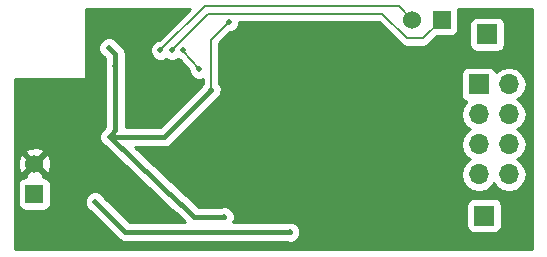
<source format=gbl>
G04 #@! TF.FileFunction,Copper,L2,Bot,Signal*
%FSLAX46Y46*%
G04 Gerber Fmt 4.6, Leading zero omitted, Abs format (unit mm)*
G04 Created by KiCad (PCBNEW 4.0.4-stable) date 07/31/17 21:50:18*
%MOMM*%
%LPD*%
G01*
G04 APERTURE LIST*
%ADD10C,0.150000*%
%ADD11R,1.700000X1.700000*%
%ADD12R,1.524000X1.524000*%
%ADD13C,1.524000*%
%ADD14O,1.700000X1.700000*%
%ADD15C,0.508000*%
%ADD16C,0.152000*%
%ADD17C,0.457200*%
%ADD18C,0.254000*%
G04 APERTURE END LIST*
D10*
D11*
X306600000Y-128300000D03*
D12*
X302760000Y-127060000D03*
D13*
X300220000Y-127060000D03*
D12*
X268275000Y-141820000D03*
D13*
X268275000Y-139280000D03*
D11*
X306340000Y-143650000D03*
X305880000Y-132540000D03*
D14*
X308420000Y-132540000D03*
X305880000Y-135080000D03*
X308420000Y-135080000D03*
X305880000Y-137620000D03*
X308420000Y-137620000D03*
X305880000Y-140160000D03*
X308420000Y-140160000D03*
D15*
X279910000Y-129650000D03*
X278940000Y-129640000D03*
X292700000Y-134100000D03*
X279110000Y-128530000D03*
X268986000Y-135610000D03*
X276820000Y-128420000D03*
X276850000Y-141650000D03*
X273150000Y-130150000D03*
X282300000Y-137700000D03*
X283200000Y-141800000D03*
X287750000Y-138800000D03*
X293100000Y-144650000D03*
X285950000Y-141650000D03*
X284730000Y-127260000D03*
X283220000Y-133060000D03*
X274640000Y-137010000D03*
X275120000Y-130980000D03*
X274580000Y-129450000D03*
X280750000Y-142725000D03*
X284325000Y-143775000D03*
X273412500Y-142487500D03*
X289900000Y-145050000D03*
X280850000Y-129600000D03*
X282230000Y-131270000D03*
D16*
X301180000Y-128640000D02*
X302760000Y-127060000D01*
X299800000Y-128640000D02*
X301180000Y-128640000D01*
X297730000Y-126570000D02*
X299800000Y-128640000D01*
X282990000Y-126570000D02*
X297730000Y-126570000D01*
X279910000Y-129650000D02*
X282990000Y-126570000D01*
X299100000Y-125940000D02*
X300220000Y-127060000D01*
X282710000Y-125940000D02*
X299100000Y-125940000D01*
X278940000Y-129640000D02*
X282710000Y-125940000D01*
X285950000Y-141650000D02*
X287650000Y-141650000D01*
X287650000Y-141650000D02*
X288875000Y-140425000D01*
X268986000Y-135610000D02*
X268990000Y-135610000D01*
X276810000Y-128430000D02*
X276800000Y-128430000D01*
X276820000Y-128420000D02*
X276810000Y-128430000D01*
D17*
X283350000Y-141650000D02*
X283200000Y-141800000D01*
X285950000Y-141650000D02*
X283350000Y-141650000D01*
D16*
X287750000Y-138800000D02*
X287750000Y-139300000D01*
X287750000Y-139300000D02*
X288875000Y-140425000D01*
X288875000Y-140425000D02*
X293100000Y-144650000D01*
X283220000Y-128770000D02*
X283220000Y-133060000D01*
X284730000Y-127260000D02*
X283220000Y-128770000D01*
D17*
X274640000Y-137010000D02*
X279270000Y-137010000D01*
X279270000Y-137010000D02*
X283220000Y-133060000D01*
X280750000Y-142725000D02*
X280715000Y-142725000D01*
X280715000Y-142725000D02*
X274640000Y-137010000D01*
X275120000Y-130980000D02*
X275120000Y-136450000D01*
X275120000Y-136450000D02*
X274640000Y-137010000D01*
X275120000Y-129990000D02*
X275120000Y-130980000D01*
X274580000Y-129450000D02*
X275120000Y-129990000D01*
X281800000Y-143775000D02*
X284325000Y-143775000D01*
X281800000Y-143775000D02*
X280750000Y-142725000D01*
X275975000Y-145050000D02*
X289900000Y-145050000D01*
X275975000Y-145050000D02*
X273412500Y-142487500D01*
D16*
X280850000Y-129690000D02*
X280850000Y-129600000D01*
X282230000Y-131270000D02*
X280850000Y-129690000D01*
D18*
G36*
X278830854Y-128750904D02*
X278763943Y-128750846D01*
X278437080Y-128885903D01*
X278186782Y-129135764D01*
X278051154Y-129462391D01*
X278050846Y-129816057D01*
X278185903Y-130142920D01*
X278435764Y-130393218D01*
X278762391Y-130528846D01*
X279116057Y-130529154D01*
X279413286Y-130406341D01*
X279732391Y-130538846D01*
X280086057Y-130539154D01*
X280412920Y-130404097D01*
X280429187Y-130387858D01*
X280564630Y-130444099D01*
X281340945Y-131332923D01*
X281340846Y-131446057D01*
X281475903Y-131772920D01*
X281725764Y-132023218D01*
X282052391Y-132158846D01*
X282406057Y-132159154D01*
X282509000Y-132116619D01*
X282509000Y-132513620D01*
X282466782Y-132555764D01*
X282441120Y-132617565D01*
X278912286Y-136146400D01*
X275983600Y-136146400D01*
X275983600Y-131218408D01*
X276008846Y-131157609D01*
X276009154Y-130803943D01*
X275983600Y-130742098D01*
X275983600Y-129990000D01*
X275917862Y-129659515D01*
X275917862Y-129659514D01*
X275730657Y-129379342D01*
X275359236Y-129007922D01*
X275334097Y-128947080D01*
X275084236Y-128696782D01*
X274757609Y-128561154D01*
X274403943Y-128560846D01*
X274077080Y-128695903D01*
X273826782Y-128945764D01*
X273691154Y-129272391D01*
X273690846Y-129626057D01*
X273825903Y-129952920D01*
X274075764Y-130203218D01*
X274137566Y-130228881D01*
X274256400Y-130347715D01*
X274256400Y-130741592D01*
X274231154Y-130802391D01*
X274230846Y-131156057D01*
X274256400Y-131217902D01*
X274256400Y-136130533D01*
X274155445Y-136248315D01*
X274137080Y-136255903D01*
X273886782Y-136505764D01*
X273751154Y-136832391D01*
X273750846Y-137186057D01*
X273885903Y-137512920D01*
X274135764Y-137763218D01*
X274215484Y-137796321D01*
X280098780Y-143330977D01*
X280245764Y-143478218D01*
X280307567Y-143503881D01*
X280990085Y-144186400D01*
X276332715Y-144186400D01*
X274191737Y-142045423D01*
X274166597Y-141984580D01*
X273916736Y-141734282D01*
X273590109Y-141598654D01*
X273236443Y-141598346D01*
X272909580Y-141733403D01*
X272659282Y-141983264D01*
X272523654Y-142309891D01*
X272523346Y-142663557D01*
X272658403Y-142990420D01*
X272908264Y-143240718D01*
X272970067Y-143266381D01*
X275364342Y-145660657D01*
X275644514Y-145847862D01*
X275699345Y-145858769D01*
X275975000Y-145913600D01*
X289661592Y-145913600D01*
X289722391Y-145938846D01*
X290076057Y-145939154D01*
X290402920Y-145804097D01*
X290653218Y-145554236D01*
X290788846Y-145227609D01*
X290789154Y-144873943D01*
X290654097Y-144547080D01*
X290404236Y-144296782D01*
X290077609Y-144161154D01*
X289723943Y-144160846D01*
X289662098Y-144186400D01*
X285116767Y-144186400D01*
X285213846Y-143952609D01*
X285214154Y-143598943D01*
X285079097Y-143272080D01*
X284829236Y-143021782D01*
X284502609Y-142886154D01*
X284148943Y-142885846D01*
X284087098Y-142911400D01*
X282157715Y-142911400D01*
X282046315Y-142800000D01*
X304842560Y-142800000D01*
X304842560Y-144500000D01*
X304886838Y-144735317D01*
X305025910Y-144951441D01*
X305238110Y-145096431D01*
X305490000Y-145147440D01*
X307190000Y-145147440D01*
X307425317Y-145103162D01*
X307641441Y-144964090D01*
X307786431Y-144751890D01*
X307837440Y-144500000D01*
X307837440Y-142800000D01*
X307793162Y-142564683D01*
X307654090Y-142348559D01*
X307441890Y-142203569D01*
X307190000Y-142152560D01*
X305490000Y-142152560D01*
X305254683Y-142196838D01*
X305038559Y-142335910D01*
X304893569Y-142548110D01*
X304842560Y-142800000D01*
X282046315Y-142800000D01*
X281529237Y-142282922D01*
X281504097Y-142222080D01*
X281254236Y-141971782D01*
X281111860Y-141912662D01*
X276818369Y-137873600D01*
X279270000Y-137873600D01*
X279600485Y-137807862D01*
X279880657Y-137620657D01*
X282421314Y-135080000D01*
X304365907Y-135080000D01*
X304478946Y-135648285D01*
X304800853Y-136130054D01*
X305130026Y-136350000D01*
X304800853Y-136569946D01*
X304478946Y-137051715D01*
X304365907Y-137620000D01*
X304478946Y-138188285D01*
X304800853Y-138670054D01*
X305130026Y-138890000D01*
X304800853Y-139109946D01*
X304478946Y-139591715D01*
X304365907Y-140160000D01*
X304478946Y-140728285D01*
X304800853Y-141210054D01*
X305282622Y-141531961D01*
X305850907Y-141645000D01*
X305909093Y-141645000D01*
X306477378Y-141531961D01*
X306959147Y-141210054D01*
X307150000Y-140924422D01*
X307340853Y-141210054D01*
X307822622Y-141531961D01*
X308390907Y-141645000D01*
X308449093Y-141645000D01*
X309017378Y-141531961D01*
X309499147Y-141210054D01*
X309821054Y-140728285D01*
X309934093Y-140160000D01*
X309821054Y-139591715D01*
X309499147Y-139109946D01*
X309169974Y-138890000D01*
X309499147Y-138670054D01*
X309821054Y-138188285D01*
X309934093Y-137620000D01*
X309821054Y-137051715D01*
X309499147Y-136569946D01*
X309169974Y-136350000D01*
X309499147Y-136130054D01*
X309821054Y-135648285D01*
X309934093Y-135080000D01*
X309821054Y-134511715D01*
X309499147Y-134029946D01*
X309169974Y-133810000D01*
X309499147Y-133590054D01*
X309821054Y-133108285D01*
X309934093Y-132540000D01*
X309821054Y-131971715D01*
X309499147Y-131489946D01*
X309017378Y-131168039D01*
X308449093Y-131055000D01*
X308390907Y-131055000D01*
X307822622Y-131168039D01*
X307340853Y-131489946D01*
X307340029Y-131491179D01*
X307333162Y-131454683D01*
X307194090Y-131238559D01*
X306981890Y-131093569D01*
X306730000Y-131042560D01*
X305030000Y-131042560D01*
X304794683Y-131086838D01*
X304578559Y-131225910D01*
X304433569Y-131438110D01*
X304382560Y-131690000D01*
X304382560Y-133390000D01*
X304426838Y-133625317D01*
X304565910Y-133841441D01*
X304778110Y-133986431D01*
X304845541Y-134000086D01*
X304800853Y-134029946D01*
X304478946Y-134511715D01*
X304365907Y-135080000D01*
X282421314Y-135080000D01*
X283662079Y-133839236D01*
X283722920Y-133814097D01*
X283973218Y-133564236D01*
X284108846Y-133237609D01*
X284109154Y-132883943D01*
X283974097Y-132557080D01*
X283931000Y-132513908D01*
X283931000Y-129064506D01*
X284846404Y-128149102D01*
X284906057Y-128149154D01*
X285232920Y-128014097D01*
X285483218Y-127764236D01*
X285618846Y-127437609D01*
X285618982Y-127281000D01*
X297435494Y-127281000D01*
X299297247Y-129142753D01*
X299527912Y-129296878D01*
X299800000Y-129351000D01*
X301180000Y-129351000D01*
X301452088Y-129296878D01*
X301682753Y-129142753D01*
X302356066Y-128469440D01*
X303522000Y-128469440D01*
X303757317Y-128425162D01*
X303973441Y-128286090D01*
X304118431Y-128073890D01*
X304169440Y-127822000D01*
X304169440Y-127450000D01*
X305102560Y-127450000D01*
X305102560Y-129150000D01*
X305146838Y-129385317D01*
X305285910Y-129601441D01*
X305498110Y-129746431D01*
X305750000Y-129797440D01*
X307450000Y-129797440D01*
X307685317Y-129753162D01*
X307901441Y-129614090D01*
X308046431Y-129401890D01*
X308097440Y-129150000D01*
X308097440Y-127450000D01*
X308053162Y-127214683D01*
X307914090Y-126998559D01*
X307701890Y-126853569D01*
X307450000Y-126802560D01*
X305750000Y-126802560D01*
X305514683Y-126846838D01*
X305298559Y-126985910D01*
X305153569Y-127198110D01*
X305102560Y-127450000D01*
X304169440Y-127450000D01*
X304169440Y-126298000D01*
X304148178Y-126185000D01*
X310415000Y-126185000D01*
X310415000Y-146515000D01*
X266585000Y-146515000D01*
X266585000Y-141058000D01*
X266865560Y-141058000D01*
X266865560Y-142582000D01*
X266909838Y-142817317D01*
X267048910Y-143033441D01*
X267261110Y-143178431D01*
X267513000Y-143229440D01*
X269037000Y-143229440D01*
X269272317Y-143185162D01*
X269488441Y-143046090D01*
X269633431Y-142833890D01*
X269684440Y-142582000D01*
X269684440Y-141058000D01*
X269640162Y-140822683D01*
X269501090Y-140606559D01*
X269288890Y-140461569D01*
X269037000Y-140410560D01*
X269032484Y-140410560D01*
X269075608Y-140260213D01*
X268275000Y-139459605D01*
X267474392Y-140260213D01*
X267517516Y-140410560D01*
X267513000Y-140410560D01*
X267277683Y-140454838D01*
X267061559Y-140593910D01*
X266916569Y-140806110D01*
X266865560Y-141058000D01*
X266585000Y-141058000D01*
X266585000Y-139072302D01*
X266865856Y-139072302D01*
X266893638Y-139627368D01*
X267052603Y-140011143D01*
X267294787Y-140080608D01*
X268095395Y-139280000D01*
X268454605Y-139280000D01*
X269255213Y-140080608D01*
X269497397Y-140011143D01*
X269684144Y-139487698D01*
X269656362Y-138932632D01*
X269497397Y-138548857D01*
X269255213Y-138479392D01*
X268454605Y-139280000D01*
X268095395Y-139280000D01*
X267294787Y-138479392D01*
X267052603Y-138548857D01*
X266865856Y-139072302D01*
X266585000Y-139072302D01*
X266585000Y-138299787D01*
X267474392Y-138299787D01*
X268275000Y-139100395D01*
X269075608Y-138299787D01*
X269006143Y-138057603D01*
X268482698Y-137870856D01*
X267927632Y-137898638D01*
X267543857Y-138057603D01*
X267474392Y-138299787D01*
X266585000Y-138299787D01*
X266585000Y-132127000D01*
X272550000Y-132127000D01*
X272599410Y-132116994D01*
X272641035Y-132088553D01*
X272668315Y-132046159D01*
X272677000Y-132000000D01*
X272677000Y-126185000D01*
X281445303Y-126185000D01*
X278830854Y-128750904D01*
X278830854Y-128750904D01*
G37*
X278830854Y-128750904D02*
X278763943Y-128750846D01*
X278437080Y-128885903D01*
X278186782Y-129135764D01*
X278051154Y-129462391D01*
X278050846Y-129816057D01*
X278185903Y-130142920D01*
X278435764Y-130393218D01*
X278762391Y-130528846D01*
X279116057Y-130529154D01*
X279413286Y-130406341D01*
X279732391Y-130538846D01*
X280086057Y-130539154D01*
X280412920Y-130404097D01*
X280429187Y-130387858D01*
X280564630Y-130444099D01*
X281340945Y-131332923D01*
X281340846Y-131446057D01*
X281475903Y-131772920D01*
X281725764Y-132023218D01*
X282052391Y-132158846D01*
X282406057Y-132159154D01*
X282509000Y-132116619D01*
X282509000Y-132513620D01*
X282466782Y-132555764D01*
X282441120Y-132617565D01*
X278912286Y-136146400D01*
X275983600Y-136146400D01*
X275983600Y-131218408D01*
X276008846Y-131157609D01*
X276009154Y-130803943D01*
X275983600Y-130742098D01*
X275983600Y-129990000D01*
X275917862Y-129659515D01*
X275917862Y-129659514D01*
X275730657Y-129379342D01*
X275359236Y-129007922D01*
X275334097Y-128947080D01*
X275084236Y-128696782D01*
X274757609Y-128561154D01*
X274403943Y-128560846D01*
X274077080Y-128695903D01*
X273826782Y-128945764D01*
X273691154Y-129272391D01*
X273690846Y-129626057D01*
X273825903Y-129952920D01*
X274075764Y-130203218D01*
X274137566Y-130228881D01*
X274256400Y-130347715D01*
X274256400Y-130741592D01*
X274231154Y-130802391D01*
X274230846Y-131156057D01*
X274256400Y-131217902D01*
X274256400Y-136130533D01*
X274155445Y-136248315D01*
X274137080Y-136255903D01*
X273886782Y-136505764D01*
X273751154Y-136832391D01*
X273750846Y-137186057D01*
X273885903Y-137512920D01*
X274135764Y-137763218D01*
X274215484Y-137796321D01*
X280098780Y-143330977D01*
X280245764Y-143478218D01*
X280307567Y-143503881D01*
X280990085Y-144186400D01*
X276332715Y-144186400D01*
X274191737Y-142045423D01*
X274166597Y-141984580D01*
X273916736Y-141734282D01*
X273590109Y-141598654D01*
X273236443Y-141598346D01*
X272909580Y-141733403D01*
X272659282Y-141983264D01*
X272523654Y-142309891D01*
X272523346Y-142663557D01*
X272658403Y-142990420D01*
X272908264Y-143240718D01*
X272970067Y-143266381D01*
X275364342Y-145660657D01*
X275644514Y-145847862D01*
X275699345Y-145858769D01*
X275975000Y-145913600D01*
X289661592Y-145913600D01*
X289722391Y-145938846D01*
X290076057Y-145939154D01*
X290402920Y-145804097D01*
X290653218Y-145554236D01*
X290788846Y-145227609D01*
X290789154Y-144873943D01*
X290654097Y-144547080D01*
X290404236Y-144296782D01*
X290077609Y-144161154D01*
X289723943Y-144160846D01*
X289662098Y-144186400D01*
X285116767Y-144186400D01*
X285213846Y-143952609D01*
X285214154Y-143598943D01*
X285079097Y-143272080D01*
X284829236Y-143021782D01*
X284502609Y-142886154D01*
X284148943Y-142885846D01*
X284087098Y-142911400D01*
X282157715Y-142911400D01*
X282046315Y-142800000D01*
X304842560Y-142800000D01*
X304842560Y-144500000D01*
X304886838Y-144735317D01*
X305025910Y-144951441D01*
X305238110Y-145096431D01*
X305490000Y-145147440D01*
X307190000Y-145147440D01*
X307425317Y-145103162D01*
X307641441Y-144964090D01*
X307786431Y-144751890D01*
X307837440Y-144500000D01*
X307837440Y-142800000D01*
X307793162Y-142564683D01*
X307654090Y-142348559D01*
X307441890Y-142203569D01*
X307190000Y-142152560D01*
X305490000Y-142152560D01*
X305254683Y-142196838D01*
X305038559Y-142335910D01*
X304893569Y-142548110D01*
X304842560Y-142800000D01*
X282046315Y-142800000D01*
X281529237Y-142282922D01*
X281504097Y-142222080D01*
X281254236Y-141971782D01*
X281111860Y-141912662D01*
X276818369Y-137873600D01*
X279270000Y-137873600D01*
X279600485Y-137807862D01*
X279880657Y-137620657D01*
X282421314Y-135080000D01*
X304365907Y-135080000D01*
X304478946Y-135648285D01*
X304800853Y-136130054D01*
X305130026Y-136350000D01*
X304800853Y-136569946D01*
X304478946Y-137051715D01*
X304365907Y-137620000D01*
X304478946Y-138188285D01*
X304800853Y-138670054D01*
X305130026Y-138890000D01*
X304800853Y-139109946D01*
X304478946Y-139591715D01*
X304365907Y-140160000D01*
X304478946Y-140728285D01*
X304800853Y-141210054D01*
X305282622Y-141531961D01*
X305850907Y-141645000D01*
X305909093Y-141645000D01*
X306477378Y-141531961D01*
X306959147Y-141210054D01*
X307150000Y-140924422D01*
X307340853Y-141210054D01*
X307822622Y-141531961D01*
X308390907Y-141645000D01*
X308449093Y-141645000D01*
X309017378Y-141531961D01*
X309499147Y-141210054D01*
X309821054Y-140728285D01*
X309934093Y-140160000D01*
X309821054Y-139591715D01*
X309499147Y-139109946D01*
X309169974Y-138890000D01*
X309499147Y-138670054D01*
X309821054Y-138188285D01*
X309934093Y-137620000D01*
X309821054Y-137051715D01*
X309499147Y-136569946D01*
X309169974Y-136350000D01*
X309499147Y-136130054D01*
X309821054Y-135648285D01*
X309934093Y-135080000D01*
X309821054Y-134511715D01*
X309499147Y-134029946D01*
X309169974Y-133810000D01*
X309499147Y-133590054D01*
X309821054Y-133108285D01*
X309934093Y-132540000D01*
X309821054Y-131971715D01*
X309499147Y-131489946D01*
X309017378Y-131168039D01*
X308449093Y-131055000D01*
X308390907Y-131055000D01*
X307822622Y-131168039D01*
X307340853Y-131489946D01*
X307340029Y-131491179D01*
X307333162Y-131454683D01*
X307194090Y-131238559D01*
X306981890Y-131093569D01*
X306730000Y-131042560D01*
X305030000Y-131042560D01*
X304794683Y-131086838D01*
X304578559Y-131225910D01*
X304433569Y-131438110D01*
X304382560Y-131690000D01*
X304382560Y-133390000D01*
X304426838Y-133625317D01*
X304565910Y-133841441D01*
X304778110Y-133986431D01*
X304845541Y-134000086D01*
X304800853Y-134029946D01*
X304478946Y-134511715D01*
X304365907Y-135080000D01*
X282421314Y-135080000D01*
X283662079Y-133839236D01*
X283722920Y-133814097D01*
X283973218Y-133564236D01*
X284108846Y-133237609D01*
X284109154Y-132883943D01*
X283974097Y-132557080D01*
X283931000Y-132513908D01*
X283931000Y-129064506D01*
X284846404Y-128149102D01*
X284906057Y-128149154D01*
X285232920Y-128014097D01*
X285483218Y-127764236D01*
X285618846Y-127437609D01*
X285618982Y-127281000D01*
X297435494Y-127281000D01*
X299297247Y-129142753D01*
X299527912Y-129296878D01*
X299800000Y-129351000D01*
X301180000Y-129351000D01*
X301452088Y-129296878D01*
X301682753Y-129142753D01*
X302356066Y-128469440D01*
X303522000Y-128469440D01*
X303757317Y-128425162D01*
X303973441Y-128286090D01*
X304118431Y-128073890D01*
X304169440Y-127822000D01*
X304169440Y-127450000D01*
X305102560Y-127450000D01*
X305102560Y-129150000D01*
X305146838Y-129385317D01*
X305285910Y-129601441D01*
X305498110Y-129746431D01*
X305750000Y-129797440D01*
X307450000Y-129797440D01*
X307685317Y-129753162D01*
X307901441Y-129614090D01*
X308046431Y-129401890D01*
X308097440Y-129150000D01*
X308097440Y-127450000D01*
X308053162Y-127214683D01*
X307914090Y-126998559D01*
X307701890Y-126853569D01*
X307450000Y-126802560D01*
X305750000Y-126802560D01*
X305514683Y-126846838D01*
X305298559Y-126985910D01*
X305153569Y-127198110D01*
X305102560Y-127450000D01*
X304169440Y-127450000D01*
X304169440Y-126298000D01*
X304148178Y-126185000D01*
X310415000Y-126185000D01*
X310415000Y-146515000D01*
X266585000Y-146515000D01*
X266585000Y-141058000D01*
X266865560Y-141058000D01*
X266865560Y-142582000D01*
X266909838Y-142817317D01*
X267048910Y-143033441D01*
X267261110Y-143178431D01*
X267513000Y-143229440D01*
X269037000Y-143229440D01*
X269272317Y-143185162D01*
X269488441Y-143046090D01*
X269633431Y-142833890D01*
X269684440Y-142582000D01*
X269684440Y-141058000D01*
X269640162Y-140822683D01*
X269501090Y-140606559D01*
X269288890Y-140461569D01*
X269037000Y-140410560D01*
X269032484Y-140410560D01*
X269075608Y-140260213D01*
X268275000Y-139459605D01*
X267474392Y-140260213D01*
X267517516Y-140410560D01*
X267513000Y-140410560D01*
X267277683Y-140454838D01*
X267061559Y-140593910D01*
X266916569Y-140806110D01*
X266865560Y-141058000D01*
X266585000Y-141058000D01*
X266585000Y-139072302D01*
X266865856Y-139072302D01*
X266893638Y-139627368D01*
X267052603Y-140011143D01*
X267294787Y-140080608D01*
X268095395Y-139280000D01*
X268454605Y-139280000D01*
X269255213Y-140080608D01*
X269497397Y-140011143D01*
X269684144Y-139487698D01*
X269656362Y-138932632D01*
X269497397Y-138548857D01*
X269255213Y-138479392D01*
X268454605Y-139280000D01*
X268095395Y-139280000D01*
X267294787Y-138479392D01*
X267052603Y-138548857D01*
X266865856Y-139072302D01*
X266585000Y-139072302D01*
X266585000Y-138299787D01*
X267474392Y-138299787D01*
X268275000Y-139100395D01*
X269075608Y-138299787D01*
X269006143Y-138057603D01*
X268482698Y-137870856D01*
X267927632Y-137898638D01*
X267543857Y-138057603D01*
X267474392Y-138299787D01*
X266585000Y-138299787D01*
X266585000Y-132127000D01*
X272550000Y-132127000D01*
X272599410Y-132116994D01*
X272641035Y-132088553D01*
X272668315Y-132046159D01*
X272677000Y-132000000D01*
X272677000Y-126185000D01*
X281445303Y-126185000D01*
X278830854Y-128750904D01*
M02*

</source>
